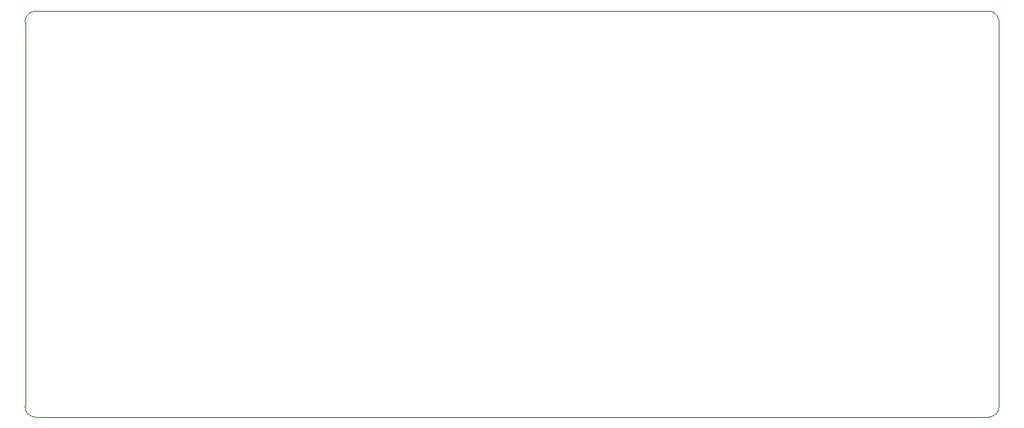
<source format=gbr>
G04 DipTrace 4.3.0.5*
G04 BoardOutline.gbr*
%MOMM*%
G04 #@! TF.FileFunction,Profile*
G04 #@! TF.Part,Single*
%ADD10C,0.12*%
%FSLAX35Y35*%
G04*
G71*
G90*
G75*
G01*
G04 BoardOutline*
%LPD*%
X-4000003Y-1899997D2*
D10*
X4899997D1*
G03X4999997Y-1799997I-2J100002D01*
G01*
Y1800003D1*
G03X4899997Y1900003I-100002J-2D01*
G01*
X-4000003D1*
G03X-4100003Y1800003I2J-100002D01*
G01*
Y-1799997D1*
G03X-4000003Y-1899997I100002J2D01*
G01*
M02*

</source>
